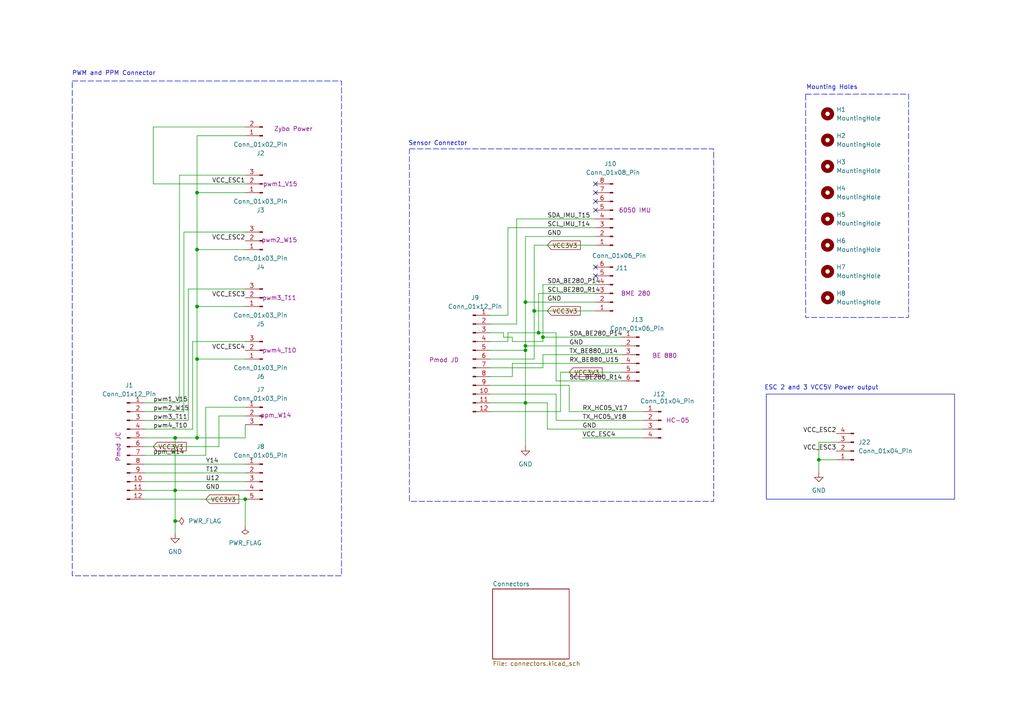
<source format=kicad_sch>
(kicad_sch (version 20231120) (generator "eeschema") (generator_version "8.0")
  (paper "A4")
  (lib_symbols
    (symbol "Connector:Conn_01x02_Pin" (pin_names (offset 1.016) hide)
      (property "Reference" "J" (at 0 2.54 0))
      (property "Value" "Conn_01x02_Pin" (at 0 -5.08 0))
      (symbol "Conn_01x02_Pin_1_1"
        (polyline (pts (xy 1.27 -2.54) (xy 0.8636 -2.54)) (stroke (width 0.1524)))
        (polyline (pts (xy 1.27 0) (xy 0.8636 0)) (stroke (width 0.1524)))
        (rectangle (start 0.8636 -2.413) (end 0 -2.667) (stroke (width 0.1524)) (fill (type outline)))
        (rectangle (start 0.8636 0.127) (end 0 -0.127) (stroke (width 0.1524)) (fill (type outline)))
        (pin passive line (at 5.08 0 180) (length 3.81) (name "Pin_1") (number "1"))
        (pin passive line (at 5.08 -2.54 180) (length 3.81) (name "Pin_2") (number "2"))
      )
    )
    (symbol "Connector:Conn_01x03_Pin" (pin_names (offset 1.016) hide)
      (property "Reference" "J" (at 0 5.08 0))
      (property "Value" "Conn_01x03_Pin" (at 0 -5.08 0))
      (symbol "Conn_01x03_Pin_1_1"
        (polyline (pts (xy 1.27 -2.54) (xy 0.8636 -2.54)) (stroke (width 0.1524)))
        (polyline (pts (xy 1.27 0) (xy 0.8636 0)) (stroke (width 0.1524)))
        (polyline (pts (xy 1.27 2.54) (xy 0.8636 2.54)) (stroke (width 0.1524)))
        (rectangle (start 0.8636 -2.413) (end 0 -2.667) (stroke (width 0.1524)) (fill (type outline)))
        (rectangle (start 0.8636 0.127) (end 0 -0.127) (stroke (width 0.1524)) (fill (type outline)))
        (rectangle (start 0.8636 2.667) (end 0 2.413) (stroke (width 0.1524)) (fill (type outline)))
        (pin passive line (at 5.08 2.54 180) (length 3.81) (name "Pin_1") (number "1"))
        (pin passive line (at 5.08 0 180) (length 3.81) (name "Pin_2") (number "2"))
        (pin passive line (at 5.08 -2.54 180) (length 3.81) (name "Pin_3") (number "3"))
      )
    )
    (symbol "Connector:Conn_01x04_Pin" (pin_names (offset 1.016) hide)
      (property "Reference" "J" (at 0 5.08 0))
      (property "Value" "Conn_01x04_Pin" (at 0 -7.62 0))
      (symbol "Conn_01x04_Pin_1_1"
        (polyline (pts (xy 1.27 -5.08) (xy 0.8636 -5.08)) (stroke (width 0.1524)))
        (polyline (pts (xy 1.27 -2.54) (xy 0.8636 -2.54)) (stroke (width 0.1524)))
        (polyline (pts (xy 1.27 0) (xy 0.8636 0)) (stroke (width 0.1524)))
        (polyline (pts (xy 1.27 2.54) (xy 0.8636 2.54)) (stroke (width 0.1524)))
        (rectangle (start 0.8636 -4.953) (end 0 -5.207) (stroke (width 0.1524)) (fill (type outline)))
        (rectangle (start 0.8636 -2.413) (end 0 -2.667) (stroke (width 0.1524)) (fill (type outline)))
        (rectangle (start 0.8636 0.127) (end 0 -0.127) (stroke (width 0.1524)) (fill (type outline)))
        (rectangle (start 0.8636 2.667) (end 0 2.413) (stroke (width 0.1524)) (fill (type outline)))
        (pin passive line (at 5.08 2.54 180) (length 3.81) (name "Pin_1") (number "1"))
        (pin passive line (at 5.08 0 180) (length 3.81) (name "Pin_2") (number "2"))
        (pin passive line (at 5.08 -2.54 180) (length 3.81) (name "Pin_3") (number "3"))
        (pin passive line (at 5.08 -5.08 180) (length 3.81) (name "Pin_4") (number "4"))
      )
    )
    (symbol "Connector:Conn_01x05_Pin" (pin_names (offset 1.016) hide)
      (property "Reference" "J" (at 0 7.62 0))
      (property "Value" "Conn_01x05_Pin" (at 0 -7.62 0))
      (symbol "Conn_01x05_Pin_1_1"
        (polyline (pts (xy 1.27 -5.08) (xy 0.8636 -5.08)) (stroke (width 0.1524)))
        (polyline (pts (xy 1.27 -2.54) (xy 0.8636 -2.54)) (stroke (width 0.1524)))
        (polyline (pts (xy 1.27 0) (xy 0.8636 0)) (stroke (width 0.1524)))
        (polyline (pts (xy 1.27 2.54) (xy 0.8636 2.54)) (stroke (width 0.1524)))
        (polyline (pts (xy 1.27 5.08) (xy 0.8636 5.08)) (stroke (width 0.1524)))
        (rectangle (start 0.8636 -4.953) (end 0 -5.207) (stroke (width 0.1524)) (fill (type outline)))
        (rectangle (start 0.8636 -2.413) (end 0 -2.667) (stroke (width 0.1524)) (fill (type outline)))
        (rectangle (start 0.8636 0.127) (end 0 -0.127) (stroke (width 0.1524)) (fill (type outline)))
        (rectangle (start 0.8636 2.667) (end 0 2.413) (stroke (width 0.1524)) (fill (type outline)))
        (rectangle (start 0.8636 5.207) (end 0 4.953) (stroke (width 0.1524)) (fill (type outline)))
        (pin passive line (at 5.08 5.08 180) (length 3.81) (name "Pin_1") (number "1"))
        (pin passive line (at 5.08 2.54 180) (length 3.81) (name "Pin_2") (number "2"))
        (pin passive line (at 5.08 0 180) (length 3.81) (name "Pin_3") (number "3"))
        (pin passive line (at 5.08 -2.54 180) (length 3.81) (name "Pin_4") (number "4"))
        (pin passive line (at 5.08 -5.08 180) (length 3.81) (name "Pin_5") (number "5"))
      )
    )
    (symbol "Connector:Conn_01x06_Pin" (pin_names (offset 1.016) hide)
      (property "Reference" "J" (at 0 7.62 0))
      (property "Value" "Conn_01x06_Pin" (at 0 -10.16 0))
      (symbol "Conn_01x06_Pin_1_1"
        (polyline (pts (xy 1.27 -7.62) (xy 0.8636 -7.62)) (stroke (width 0.1524)))
        (polyline (pts (xy 1.27 -5.08) (xy 0.8636 -5.08)) (stroke (width 0.1524)))
        (polyline (pts (xy 1.27 -2.54) (xy 0.8636 -2.54)) (stroke (width 0.1524)))
        (polyline (pts (xy 1.27 0) (xy 0.8636 0)) (stroke (width 0.1524)))
        (polyline (pts (xy 1.27 2.54) (xy 0.8636 2.54)) (stroke (width 0.1524)))
        (polyline (pts (xy 1.27 5.08) (xy 0.8636 5.08)) (stroke (width 0.1524)))
        (rectangle (start 0.8636 -7.493) (end 0 -7.747) (stroke (width 0.1524)) (fill (type outline)))
        (rectangle (start 0.8636 -4.953) (end 0 -5.207) (stroke (width 0.1524)) (fill (type outline)))
        (rectangle (start 0.8636 -2.413) (end 0 -2.667) (stroke (width 0.1524)) (fill (type outline)))
        (rectangle (start 0.8636 0.127) (end 0 -0.127) (stroke (width 0.1524)) (fill (type outline)))
        (rectangle (start 0.8636 2.667) (end 0 2.413) (stroke (width 0.1524)) (fill (type outline)))
        (rectangle (start 0.8636 5.207) (end 0 4.953) (stroke (width 0.1524)) (fill (type outline)))
        (pin passive line (at 5.08 5.08 180) (length 3.81) (name "Pin_1") (number "1"))
        (pin passive line (at 5.08 2.54 180) (length 3.81) (name "Pin_2") (number "2"))
        (pin passive line (at 5.08 0 180) (length 3.81) (name "Pin_3") (number "3"))
        (pin passive line (at 5.08 -2.54 180) (length 3.81) (name "Pin_4") (number "4"))
        (pin passive line (at 5.08 -5.08 180) (length 3.81) (name "Pin_5") (number "5"))
        (pin passive line (at 5.08 -7.62 180) (length 3.81) (name "Pin_6") (number "6"))
      )
    )
    (symbol "Connector:Conn_01x08_Pin" (pin_names (offset 1.016) hide)
      (property "Reference" "J" (at 0 10.16 0))
      (property "Value" "Conn_01x08_Pin" (at 0 -12.7 0))
      (symbol "Conn_01x08_Pin_1_1"
        (polyline (pts (xy 1.27 -10.16) (xy 0.8636 -10.16)) (stroke (width 0.1524)))
        (polyline (pts (xy 1.27 -7.62) (xy 0.8636 -7.62)) (stroke (width 0.1524)))
        (polyline (pts (xy 1.27 -5.08) (xy 0.8636 -5.08)) (stroke (width 0.1524)))
        (polyline (pts (xy 1.27 -2.54) (xy 0.8636 -2.54)) (stroke (width 0.1524)))
        (polyline (pts (xy 1.27 0) (xy 0.8636 0)) (stroke (width 0.1524)))
        (polyline (pts (xy 1.27 2.54) (xy 0.8636 2.54)) (stroke (width 0.1524)))
        (polyline (pts (xy 1.27 5.08) (xy 0.8636 5.08)) (stroke (width 0.1524)))
        (polyline (pts (xy 1.27 7.62) (xy 0.8636 7.62)) (stroke (width 0.1524)))
        (rectangle (start 0.8636 -10.033) (end 0 -10.287) (stroke (width 0.1524)) (fill (type outline)))
        (rectangle (start 0.8636 -7.493) (end 0 -7.747) (stroke (width 0.1524)) (fill (type outline)))
        (rectangle (start 0.8636 -4.953) (end 0 -5.207) (stroke (width 0.1524)) (fill (type outline)))
        (rectangle (start 0.8636 -2.413) (end 0 -2.667) (stroke (width 0.1524)) (fill (type outline)))
        (rectangle (start 0.8636 0.127) (end 0 -0.127) (stroke (width 0.1524)) (fill (type outline)))
        (rectangle (start 0.8636 2.667) (end 0 2.413) (stroke (width 0.1524)) (fill (type outline)))
        (rectangle (start 0.8636 5.207) (end 0 4.953) (stroke (width 0.1524)) (fill (type outline)))
        (rectangle (start 0.8636 7.747) (end 0 7.493) (stroke (width 0.1524)) (fill (type outline)))
        (pin passive line (at 5.08 7.62 180) (length 3.81) (name "Pin_1") (number "1"))
        (pin passive line (at 5.08 5.08 180) (length 3.81) (name "Pin_2") (number "2"))
        (pin passive line (at 5.08 2.54 180) (length 3.81) (name "Pin_3") (number "3"))
        (pin passive line (at 5.08 0 180) (length 3.81) (name "Pin_4") (number "4"))
        (pin passive line (at 5.08 -2.54 180) (length 3.81) (name "Pin_5") (number "5"))
        (pin passive line (at 5.08 -5.08 180) (length 3.81) (name "Pin_6") (number "6"))
        (pin passive line (at 5.08 -7.62 180) (length 3.81) (name "Pin_7") (number "7"))
        (pin passive line (at 5.08 -10.16 180) (length 3.81) (name "Pin_8") (number "8"))
      )
    )
    (symbol "Connector:Conn_01x12_Pin" (pin_names (offset 1.016) hide)
      (property "Reference" "J" (at 0 15.24 0))
      (property "Value" "Conn_01x12_Pin" (at 0 -17.78 0))
      (symbol "Conn_01x12_Pin_1_1"
        (polyline (pts (xy 1.27 -15.24) (xy 0.8636 -15.24)) (stroke (width 0.1524)))
        (polyline (pts (xy 1.27 -12.7) (xy 0.8636 -12.7)) (stroke (width 0.1524)))
        (polyline (pts (xy 1.27 -10.16) (xy 0.8636 -10.16)) (stroke (width 0.1524)))
        (polyline (pts (xy 1.27 -7.62) (xy 0.8636 -7.62)) (stroke (width 0.1524)))
        (polyline (pts (xy 1.27 -5.08) (xy 0.8636 -5.08)) (stroke (width 0.1524)))
        (polyline (pts (xy 1.27 -2.54) (xy 0.8636 -2.54)) (stroke (width 0.1524)))
        (polyline (pts (xy 1.27 0) (xy 0.8636 0)) (stroke (width 0.1524)))
        (polyline (pts (xy 1.27 2.54) (xy 0.8636 2.54)) (stroke (width 0.1524)))
        (polyline (pts (xy 1.27 5.08) (xy 0.8636 5.08)) (stroke (width 0.1524)))
        (polyline (pts (xy 1.27 7.62) (xy 0.8636 7.62)) (stroke (width 0.1524)))
        (polyline (pts (xy 1.27 10.16) (xy 0.8636 10.16)) (stroke (width 0.1524)))
        (polyline (pts (xy 1.27 12.7) (xy 0.8636 12.7)) (stroke (width 0.1524)))
        (rectangle (start 0.8636 -15.113) (end 0 -15.367) (stroke (width 0.1524)) (fill (type outline)))
        (rectangle (start 0.8636 -12.573) (end 0 -12.827) (stroke (width 0.1524)) (fill (type outline)))
        (rectangle (start 0.8636 -10.033) (end 0 -10.287) (stroke (width 0.1524)) (fill (type outline)))
        (rectangle (start 0.8636 -7.493) (end 0 -7.747) (stroke (width 0.1524)) (fill (type outline)))
        (rectangle (start 0.8636 -4.953) (end 0 -5.207) (stroke (width 0.1524)) (fill (type outline)))
        (rectangle (start 0.8636 -2.413) (end 0 -2.667) (stroke (width 0.1524)) (fill (type outline)))
        (rectangle (start 0.8636 0.127) (end 0 -0.127) (stroke (width 0.1524)) (fill (type outline)))
        (rectangle (start 0.8636 2.667) (end 0 2.413) (stroke (width 0.1524)) (fill (type outline)))
        (rectangle (start 0.8636 5.207) (end 0 4.953) (stroke (width 0.1524)) (fill (type outline)))
        (rectangle (start 0.8636 7.747) (end 0 7.493) (stroke (width 0.1524)) (fill (type outline)))
        (rectangle (start 0.8636 10.287) (end 0 10.033) (stroke (width 0.1524)) (fill (type outline)))
        (rectangle (start 0.8636 12.827) (end 0 12.573) (stroke (width 0.1524)) (fill (type outline)))
        (pin passive line (at 5.08 12.7 180) (length 3.81) (name "Pin_1") (number "1"))
        (pin passive line (at 5.08 -10.16 180) (length 3.81) (name "Pin_10") (number "10"))
        (pin passive line (at 5.08 -12.7 180) (length 3.81) (name "Pin_11") (number "11"))
        (pin passive line (at 5.08 -15.24 180) (length 3.81) (name "Pin_12") (number "12"))
        (pin passive line (at 5.08 10.16 180) (length 3.81) (name "Pin_2") (number "2"))
        (pin passive line (at 5.08 7.62 180) (length 3.81) (name "Pin_3") (number "3"))
        (pin passive line (at 5.08 5.08 180) (length 3.81) (name "Pin_4") (number "4"))
        (pin passive line (at 5.08 2.54 180) (length 3.81) (name "Pin_5") (number "5"))
        (pin passive line (at 5.08 0 180) (length 3.81) (name "Pin_6") (number "6"))
        (pin passive line (at 5.08 -2.54 180) (length 3.81) (name "Pin_7") (number "7"))
        (pin passive line (at 5.08 -5.08 180) (length 3.81) (name "Pin_8") (number "8"))
        (pin passive line (at 5.08 -7.62 180) (length 3.81) (name "Pin_9") (number "9"))
      )
    )
    (symbol "Mechanical:MountingHole" (pin_names (offset 1.016)) (exclude_from_sim yes) (in_bom no)
      (property "Reference" "H" (at 0 5.08 0))
      (property "Value" "MountingHole" (at 0 3.175 0))
      (symbol "MountingHole_0_1"
        (circle (center 0 0) (radius 1.27) (stroke (width 1.27)))
      )
    )
    (symbol "power:GND" (power) (pin_numbers hide) (pin_names (offset 0) hide)
      (property "Value" "GND" (at 0 -3.81 0))
      (symbol "GND_0_1"
        (polyline (pts (xy 0 0) (xy 0 -1.27) (xy 1.27 -1.27) (xy 0 -2.54) (xy -1.27 -1.27) (xy 0 -1.27)))
      )
      (symbol "GND_1_1"
        (pin power_in line (at 0 0 270) (length 0) (name "~") (number "1"))
      )
    )
    (symbol "power:PWR_FLAG" (power) (pin_numbers hide) (pin_names (offset 0) hide)
      (property "Value" "PWR_FLAG" (at 0 3.81 0))
      (symbol "PWR_FLAG_0_0"
        (pin power_out line (at 0 0 90) (length 0) (name "~") (number "1"))
      )
      (symbol "PWR_FLAG_0_1"
        (polyline (pts (xy 0 0) (xy 0 1.27) (xy -1.016 1.905) (xy 0 2.54) (xy 1.016 1.905) (xy 0 1.27)))
      )
    )
  )
  (junction (at 152.4 101.6))
  (junction (at 152.4 87.63))
  (junction (at 71.12 144.78))
  (junction (at 50.8 127))
  (junction (at 157.48 97.79))
  (junction (at 50.8 151.13))
  (junction (at 57.15 55.88))
  (junction (at 156.21 96.52))
  (junction (at 57.15 88.9))
  (junction (at 237.49 133.35))
  (junction (at 154.94 90.17))
  (junction (at 57.15 104.14))
  (junction (at 152.4 100.33))
  (junction (at 57.15 72.39))
  (junction (at 57.15 127))
  (junction (at 50.8 142.24))
  (junction (at 152.4 116.84))
  (no_connect (at 172.72 77.47))
  (no_connect (at 172.72 58.42))
  (no_connect (at 172.72 53.34))
  (no_connect (at 172.72 60.96))
  (no_connect (at 172.72 80.01))
  (no_connect (at 172.72 55.88))
  (wire (pts (xy 41.91 124.46) (xy 55.88 124.46)))
  (wire (pts (xy 156.21 96.52) (xy 147.32 96.52)))
  (wire (pts (xy 154.94 90.17) (xy 172.72 90.17)))
  (wire (pts (xy 50.8 142.24) (xy 50.8 151.13)))
  (wire (pts (xy 50.8 127) (xy 50.8 142.24)))
  (wire (pts (xy 44.45 36.83) (xy 44.45 53.34)))
  (wire (pts (xy 152.4 87.63) (xy 172.72 87.63)))
  (wire (pts (xy 148.59 109.22) (xy 142.24 109.22)))
  (wire (pts (xy 57.15 127) (xy 71.12 127)))
  (wire (pts (xy 50.8 142.24) (xy 71.12 142.24)))
  (wire (pts (xy 54.61 83.82) (xy 71.12 83.82)))
  (wire (pts (xy 71.12 72.39) (xy 57.15 72.39)))
  (wire (pts (xy 237.49 133.35) (xy 242.57 133.35)))
  (wire (pts (xy 71.12 99.06) (xy 55.88 99.06)))
  (wire (pts (xy 57.15 39.37) (xy 71.12 39.37)))
  (wire (pts (xy 41.91 119.38) (xy 53.34 119.38)))
  (wire (pts (xy 152.4 100.33) (xy 152.4 101.6)))
  (wire (pts (xy 142.24 114.3) (xy 161.29 114.3)))
  (wire (pts (xy 154.94 90.17) (xy 154.94 104.14)))
  (wire (pts (xy 71.12 123.19) (xy 71.12 127)))
  (wire (pts (xy 63.5 120.65) (xy 71.12 120.65)))
  (wire (pts (xy 142.24 104.14) (xy 154.94 104.14)))
  (wire (pts (xy 154.94 71.12) (xy 172.72 71.12)))
  (wire (pts (xy 165.1 111.76) (xy 142.24 111.76)))
  (wire (pts (xy 157.48 102.87) (xy 180.34 102.87)))
  (wire (pts (xy 50.8 151.13) (xy 50.8 154.94)))
  (wire (pts (xy 157.48 97.79) (xy 180.34 97.79)))
  (wire (pts (xy 41.91 127) (xy 50.8 127)))
  (wire (pts (xy 148.59 105.41) (xy 180.34 105.41)))
  (wire (pts (xy 157.48 82.55) (xy 157.48 97.79)))
  (wire (pts (xy 156.21 85.09) (xy 156.21 96.52)))
  (wire (pts (xy 52.07 50.8) (xy 52.07 116.84)))
  (wire (pts (xy 53.34 67.31) (xy 53.34 119.38)))
  (wire (pts (xy 148.59 97.79) (xy 146.05 97.79)))
  (wire (pts (xy 161.29 110.49) (xy 161.29 96.52)))
  (wire (pts (xy 149.86 93.98) (xy 142.24 93.98)))
  (wire (pts (xy 148.59 99.06) (xy 148.59 97.79)))
  (wire (pts (xy 146.05 96.52) (xy 142.24 96.52)))
  (wire (pts (xy 55.88 99.06) (xy 55.88 124.46)))
  (wire (pts (xy 158.75 124.46) (xy 186.69 124.46)))
  (wire (pts (xy 152.4 68.58) (xy 152.4 87.63)))
  (wire (pts (xy 161.29 121.92) (xy 161.29 114.3)))
  (wire (pts (xy 157.48 97.79) (xy 157.48 99.06)))
  (wire (pts (xy 152.4 116.84) (xy 152.4 129.54)))
  (wire (pts (xy 242.57 128.27) (xy 237.49 128.27)))
  (wire (pts (xy 162.56 107.95) (xy 180.34 107.95)))
  (wire (pts (xy 57.15 72.39) (xy 57.15 88.9)))
  (wire (pts (xy 41.91 132.08) (xy 59.69 132.08)))
  (wire (pts (xy 59.69 118.11) (xy 59.69 132.08)))
  (wire (pts (xy 57.15 127) (xy 57.15 104.14)))
  (wire (pts (xy 71.12 50.8) (xy 52.07 50.8)))
  (wire (pts (xy 152.4 87.63) (xy 152.4 100.33)))
  (wire (pts (xy 146.05 97.79) (xy 146.05 96.52)))
  (wire (pts (xy 149.86 63.5) (xy 149.86 93.98)))
  (wire (pts (xy 71.12 55.88) (xy 57.15 55.88)))
  (wire (pts (xy 63.5 129.54) (xy 63.5 120.65)))
  (wire (pts (xy 172.72 63.5) (xy 149.86 63.5)))
  (wire (pts (xy 237.49 128.27) (xy 237.49 133.35)))
  (wire (pts (xy 142.24 106.68) (xy 157.48 106.68)))
  (wire (pts (xy 157.48 99.06) (xy 148.59 99.06)))
  (wire (pts (xy 157.48 102.87) (xy 157.48 106.68)))
  (wire (pts (xy 41.91 144.78) (xy 71.12 144.78)))
  (wire (pts (xy 147.32 91.44) (xy 142.24 91.44)))
  (wire (pts (xy 41.91 134.62) (xy 71.12 134.62)))
  (wire (pts (xy 154.94 90.17) (xy 154.94 71.12)))
  (wire (pts (xy 57.15 88.9) (xy 57.15 104.14)))
  (wire (pts (xy 157.48 82.55) (xy 172.72 82.55)))
  (wire (pts (xy 172.72 68.58) (xy 152.4 68.58)))
  (wire (pts (xy 147.32 99.06) (xy 142.24 99.06)))
  (wire (pts (xy 71.12 67.31) (xy 53.34 67.31)))
  (wire (pts (xy 41.91 142.24) (xy 50.8 142.24)))
  (wire (pts (xy 152.4 100.33) (xy 180.34 100.33)))
  (wire (pts (xy 161.29 121.92) (xy 186.69 121.92)))
  (wire (pts (xy 41.91 137.16) (xy 71.12 137.16)))
  (wire (pts (xy 142.24 119.38) (xy 162.56 119.38)))
  (wire (pts (xy 161.29 96.52) (xy 156.21 96.52)))
  (wire (pts (xy 237.49 133.35) (xy 237.49 137.16)))
  (wire (pts (xy 162.56 107.95) (xy 162.56 119.38)))
  (wire (pts (xy 54.61 121.92) (xy 41.91 121.92)))
  (wire (pts (xy 57.15 55.88) (xy 57.15 72.39)))
  (wire (pts (xy 165.1 119.38) (xy 186.69 119.38)))
  (wire (pts (xy 165.1 119.38) (xy 165.1 111.76)))
  (wire (pts (xy 142.24 116.84) (xy 152.4 116.84)))
  (wire (pts (xy 71.12 88.9) (xy 57.15 88.9)))
  (wire (pts (xy 41.91 116.84) (xy 52.07 116.84)))
  (wire (pts (xy 44.45 36.83) (xy 71.12 36.83)))
  (wire (pts (xy 161.29 110.49) (xy 180.34 110.49)))
  (wire (pts (xy 50.8 127) (xy 57.15 127)))
  (wire (pts (xy 172.72 66.04) (xy 147.32 66.04)))
  (wire (pts (xy 59.69 118.11) (xy 71.12 118.11)))
  (wire (pts (xy 142.24 101.6) (xy 152.4 101.6)))
  (wire (pts (xy 152.4 116.84) (xy 158.75 116.84)))
  (wire (pts (xy 156.21 85.09) (xy 172.72 85.09)))
  (wire (pts (xy 148.59 105.41) (xy 148.59 109.22)))
  (wire (pts (xy 168.91 127) (xy 186.69 127)))
  (wire (pts (xy 57.15 104.14) (xy 71.12 104.14)))
  (wire (pts (xy 147.32 66.04) (xy 147.32 91.44)))
  (wire (pts (xy 57.15 39.37) (xy 57.15 55.88)))
  (wire (pts (xy 41.91 129.54) (xy 63.5 129.54)))
  (wire (pts (xy 71.12 152.4) (xy 71.12 144.78)))
  (wire (pts (xy 44.45 53.34) (xy 71.12 53.34)))
  (wire (pts (xy 54.61 83.82) (xy 54.61 121.92)))
  (wire (pts (xy 41.91 139.7) (xy 71.12 139.7)))
  (wire (pts (xy 158.75 124.46) (xy 158.75 116.84)))
  (wire (pts (xy 152.4 101.6) (xy 152.4 116.84)))
  (wire (pts (xy 147.32 96.52) (xy 147.32 99.06)))
  (rectangle (start 222.25 114.3) (end 276.86 144.78))
  (rectangle (start 118.745 43.18) (end 207.01 145.415) (stroke (width 0) (type dash)))
  (rectangle (start 20.955 23.495) (end 99.06 167.005) (stroke (width 0) (type dash)))
  (rectangle (start 233.68 27.305) (end 263.525 92.075) (stroke (width 0) (type dash)))
  (text "PWM and PPM Connector" (at 33.02 21.336 0) (effects (font (size 1.27 1.27))))
  (text "ESC 2 and 3 VCC5V Power output" (at 238.252 112.522 0) (effects (font (size 1.27 1.27))))
  (text "Mounting Holes" (at 241.3 25.4 0) (effects (font (size 1.27 1.27))))
  (text "Sensor Connector" (at 127 41.656 0) (effects (font (size 1.27 1.27))))
  (label "SDA_IMU_T15" (at 158.75 63.5 0))
  (label "VCC_ESC4" (at 71.12 101.6 180))
  (label "pwm3_T11" (at 44.45 121.92 0))
  (label "RX_HC05_V17" (at 168.91 119.38 0))
  (label "GND" (at 168.91 124.46 0))
  (label "RX_BE880_U15" (at 165.1 105.41 0))
  (label "VCC_ESC3" (at 71.12 86.36 180))
  (label "VCC_ESC2" (at 71.12 69.85 180))
  (label "pwm1_V15" (at 44.45 116.84 0))
  (label "VCC_ESC1" (at 71.12 53.34 180))
  (label "ppm_W14" (at 44.45 132.08 0))
  (label "TX_HC05_V18" (at 168.91 121.92 0))
  (label "Y14" (at 59.69 134.62 0))
  (label "VCC_ESC2" (at 242.57 125.73 180))
  (label "GND" (at 165.1 100.33 0))
  (label "pwm2_W15" (at 44.45 119.38 0))
  (label "VCC_ESC3" (at 242.57 130.81 180))
  (label "SDA_BE280_P14" (at 158.75 82.55 0))
  (label "VCC_ESC4" (at 168.91 127 0))
  (label "GND" (at 158.75 87.63 0))
  (label "TX_BE880_U14" (at 165.1 102.87 0))
  (label "SCL_BE280_R14" (at 158.75 85.09 0))
  (label "GND" (at 59.69 142.24 0))
  (label "SDA_BE280_P14" (at 165.1 97.79 0))
  (label "U12" (at 59.69 139.7 0))
  (label "SCL_BE280_R14" (at 165.1 110.49 0))
  (label "pwm4_T10" (at 44.45 124.46 0))
  (label "SCL_IMU_T14" (at 158.75 66.04 0))
  (label "T12" (at 59.69 137.16 0))
  (label "GND" (at 158.75 68.58 0))
  (global_label "VCC3V3" (shape input) (at 44.45 129.54 0) (property "Intersheetrefs" "${INTERSHEET_REFS}" (effects (hide yes))))
  (global_label "VCC3V3" (shape input) (at 59.69 144.78 0) (property "Intersheetrefs" "${INTERSHEET_REFS}" (effects (hide yes))))
  (global_label "VCC3V3" (shape input) (at 165.1 107.95 0) (property "Intersheetrefs" "${INTERSHEET_REFS}" (effects (hide yes))))
  (global_label "VCC3V3" (shape input) (at 158.75 90.17 0) (property "Intersheetrefs" "${INTERSHEET_REFS}" (effects (hide yes))))
  (global_label "VCC3V3" (shape input) (at 158.75 71.12 0) (property "Intersheetrefs" "${INTERSHEET_REFS}" (effects (hide yes))))
  (symbol (lib_id "Mechanical:MountingHole") (at 240.03 86.36 0) (unit 1) (exclude_from_sim yes) (in_bom no)
    (property "Reference" "H8" (at 242.57 85.0899 0) (effects (justify left)))
    (property "Value" "MountingHole" (at 242.57 87.6299 0) (effects (justify left)))
    (property "Footprint" "MountingHole:MountingHole_3.2mm_M3" (effects (hide yes)))
    (property "Description" "Mounting Hole without connection" (effects (hide yes)))
  )
  (symbol (lib_id "Mechanical:MountingHole") (at 240.03 48.26 0) (unit 1) (exclude_from_sim yes) (in_bom no)
    (property "Reference" "H3" (at 242.57 46.9899 0) (effects (justify left)))
    (property "Value" "MountingHole" (at 242.57 49.5299 0) (effects (justify left)))
    (property "Footprint" "MountingHole:MountingHole_3.2mm_M3" (effects (hide yes)))
    (property "Description" "Mounting Hole without connection" (effects (hide yes)))
  )
  (symbol (lib_id "Connector:Conn_01x03_Pin") (at 76.2 69.85 180) (unit 1)
    (property "Reference" "J4" (at 75.565 77.47 0))
    (property "Value" "Conn_01x03_Pin" (at 75.565 74.93 0))
    (property "Footprint" "Connector_PinHeader_2.54mm:PinHeader_1x03_P2.54mm_Horizontal" (effects (hide yes)))
    (property "Description" "Generic connector, single row, 01x03, script generated" (effects (hide yes)))
    (property "Purpose" "pwm2_W15" (at 81.026 69.596 0))
  )
  (symbol (lib_id "power:GND") (at 237.49 137.16 0) (unit 1)
    (property "Reference" "#PWR07" (effects (hide yes)))
    (property "Value" "GND" (at 237.49 142.24 0))
    (property "Description" "Power symbol creates a global label with name \"GND\" , ground" (effects (hide yes)))
  )
  (symbol (lib_id "Connector:Conn_01x05_Pin") (at 76.2 139.7 0) (mirror y) (unit 1)
    (property "Reference" "J8" (at 75.565 129.54 0))
    (property "Value" "Conn_01x05_Pin" (at 75.565 132.08 0))
    (property "Footprint" "Connector_PinHeader_2.54mm:PinHeader_1x05_P2.54mm_Horizontal" (effects (hide yes)))
    (property "Description" "Generic connector, single row, 01x05, script generated" (effects (hide yes)))
  )
  (symbol (lib_id "Connector:Conn_01x06_Pin") (at 177.8 85.09 180) (unit 1)
    (property "Reference" "J11" (at 180.34 77.724 0))
    (property "Value" "Conn_01x06_Pin" (at 179.578 74.168 0))
    (property "Footprint" "Connector_PinSocket_2.54mm:PinSocket_1x06_P2.54mm_Horizontal" (effects (hide yes)))
    (property "Description" "Generic connector, single row, 01x06, script generated" (effects (hide yes)))
    (property "Purpose" "BME 280" (at 184.404 85.09 0))
  )
  (symbol (lib_id "Mechanical:MountingHole") (at 240.03 71.12 0) (unit 1) (exclude_from_sim yes) (in_bom no)
    (property "Reference" "H6" (at 242.57 69.8499 0) (effects (justify left)))
    (property "Value" "MountingHole" (at 242.57 72.3899 0) (effects (justify left)))
    (property "Footprint" "MountingHole:MountingHole_3.2mm_M3" (effects (hide yes)))
    (property "Description" "Mounting Hole without connection" (effects (hide yes)))
  )
  (symbol (lib_id "Mechanical:MountingHole") (at 240.03 40.64 0) (unit 1) (exclude_from_sim yes) (in_bom no)
    (property "Reference" "H2" (at 242.57 39.3699 0) (effects (justify left)))
    (property "Value" "MountingHole" (at 242.57 41.9099 0) (effects (justify left)))
    (property "Footprint" "MountingHole:MountingHole_3.2mm_M3" (effects (hide yes)))
    (property "Description" "Mounting Hole without connection" (effects (hide yes)))
  )
  (symbol (lib_id "Mechanical:MountingHole") (at 240.03 78.74 0) (unit 1) (exclude_from_sim yes) (in_bom no)
    (property "Reference" "H7" (at 242.57 77.4699 0) (effects (justify left)))
    (property "Value" "MountingHole" (at 242.57 80.0099 0) (effects (justify left)))
    (property "Footprint" "MountingHole:MountingHole_3.2mm_M3" (effects (hide yes)))
    (property "Description" "Mounting Hole without connection" (effects (hide yes)))
  )
  (symbol (lib_id "power:PWR_FLAG") (at 71.12 152.4 180) (unit 1)
    (property "Reference" "#FLG02" (effects (hide yes)))
    (property "Value" "PWR_FLAG" (at 71.12 157.48 0))
    (property "Description" "Special symbol for telling ERC where power comes from" (effects (hide yes)))
  )
  (symbol (lib_id "Connector:Conn_01x02_Pin") (at 76.2 39.37 180) (unit 1)
    (property "Reference" "J2" (at 75.565 44.45 0))
    (property "Value" "Conn_01x02_Pin" (at 75.565 41.91 0))
    (property "Footprint" "Connector_PinHeader_2.54mm:PinHeader_1x02_P2.54mm_Horizontal" (effects (hide yes)))
    (property "Description" "Generic connector, single row, 01x02, script generated" (effects (hide yes)))
    (property "Purpose" "Zybo Power" (at 85.09 37.338 0))
  )
  (symbol (lib_id "Connector:Conn_01x03_Pin") (at 76.2 120.65 0) (mirror y) (unit 1)
    (property "Reference" "J7" (at 75.565 113.03 0))
    (property "Value" "Conn_01x03_Pin" (at 75.565 115.57 0))
    (property "Footprint" "Connector_PinHeader_2.54mm:PinHeader_1x03_P2.54mm_Horizontal" (effects (hide yes)))
    (property "Description" "Generic connector, single row, 01x03, script generated" (effects (hide yes)))
    (property "Purpose" "ppm_W14" (at 80.01 120.396 0))
  )
  (symbol (lib_id "Connector:Conn_01x03_Pin") (at 76.2 101.6 180) (unit 1)
    (property "Reference" "J6" (at 75.565 109.22 0))
    (property "Value" "Conn_01x03_Pin" (at 75.565 106.68 0))
    (property "Footprint" "Connector_PinHeader_2.54mm:PinHeader_1x03_P2.54mm_Horizontal" (effects (hide yes)))
    (property "Description" "Generic connector, single row, 01x03, script generated" (effects (hide yes)))
    (property "Purpose" "pwm4_T10" (at 81.026 101.6 0))
  )
  (symbol (lib_id "Connector:Conn_01x04_Pin") (at 191.77 121.92 0) (mirror y) (unit 1)
    (property "Reference" "J12" (at 191.135 114.3 0))
    (property "Value" "Conn_01x04_Pin" (at 193.548 116.332 0))
    (property "Footprint" "Connector_PinSocket_2.54mm:PinSocket_1x04_P2.54mm_Horizontal" (effects (hide yes)))
    (property "Description" "Generic connector, single row, 01x04, script generated" (effects (hide yes)))
    (property "Purpose" "HC-05" (at 196.596 121.92 0))
  )
  (symbol (lib_id "Connector:Conn_01x08_Pin") (at 177.8 63.5 180) (unit 1)
    (property "Reference" "J10" (at 177.038 47.498 0))
    (property "Value" "Conn_01x08_Pin" (at 177.8 50.038 0))
    (property "Footprint" "Connector_PinSocket_2.54mm:PinSocket_1x08_P2.54mm_Horizontal" (effects (hide yes)))
    (property "Description" "Generic connector, single row, 01x08, script generated" (effects (hide yes)))
    (property "Purpose" "6050 IMU" (at 184.15 60.96 0))
  )
  (symbol (lib_id "Mechanical:MountingHole") (at 240.03 33.02 0) (unit 1) (exclude_from_sim yes) (in_bom no)
    (property "Reference" "H1" (at 242.57 31.7499 0) (effects (justify left)))
    (property "Value" "MountingHole" (at 242.57 34.2899 0) (effects (justify left)))
    (property "Footprint" "MountingHole:MountingHole_3.2mm_M3" (effects (hide yes)))
    (property "Description" "Mounting Hole without connection" (effects (hide yes)))
  )
  (symbol (lib_id "power:GND") (at 152.4 129.54 0) (unit 1)
    (property "Reference" "#PWR02" (effects (hide yes)))
    (property "Value" "GND" (at 152.4 134.62 0))
    (property "Description" "Power symbol creates a global label with name \"GND\" , ground" (effects (hide yes)))
  )
  (symbol (lib_id "Connector:Conn_01x03_Pin") (at 76.2 53.34 180) (unit 1)
    (property "Reference" "J3" (at 75.565 60.96 0))
    (property "Value" "Conn_01x03_Pin" (at 75.565 58.42 0))
    (property "Footprint" "Connector_PinHeader_2.54mm:PinHeader_1x03_P2.54mm_Horizontal" (effects (hide yes)))
    (property "Description" "Generic connector, single row, 01x03, script generated" (effects (hide yes)))
    (property "Purpose" "pwm1_V15" (at 81.28 53.34 0))
  )
  (symbol (lib_id "Connector:Conn_01x12_Pin") (at 137.16 104.14 0) (unit 1)
    (property "Reference" "J9" (at 137.795 86.36 0))
    (property "Value" "Conn_01x12_Pin" (at 137.795 88.9 0))
    (property "Footprint" "Library:PinSocket_2x06_P2.54mm_Vertical_zybo_mod" (effects (hide yes)))
    (property "Description" "Generic connector, single row, 01x12, script generated" (effects (hide yes)))
    (property "Nickname" "Pmod JD" (at 128.778 104.394 0))
  )
  (symbol (lib_id "power:PWR_FLAG") (at 50.8 151.13 270) (unit 1)
    (property "Reference" "#FLG01" (effects (hide yes)))
    (property "Value" "PWR_FLAG" (at 54.61 151.1299 90) (effects (justify left)))
    (property "Description" "Special symbol for telling ERC where power comes from" (effects (hide yes)))
  )
  (symbol (lib_id "Connector:Conn_01x03_Pin") (at 76.2 86.36 180) (unit 1)
    (property "Reference" "J5" (at 75.565 93.98 0))
    (property "Value" "Conn_01x03_Pin" (at 75.565 91.44 0))
    (property "Footprint" "Connector_PinHeader_2.54mm:PinHeader_1x03_P2.54mm_Horizontal" (effects (hide yes)))
    (property "Description" "Generic connector, single row, 01x03, script generated" (effects (hide yes)))
    (property "Purpose" "pwm3_T11" (at 81.026 86.36 0))
  )
  (symbol (lib_id "Mechanical:MountingHole") (at 240.03 55.88 0) (unit 1) (exclude_from_sim yes) (in_bom no)
    (property "Reference" "H4" (at 242.57 54.6099 0) (effects (justify left)))
    (property "Value" "MountingHole" (at 242.57 57.1499 0) (effects (justify left)))
    (property "Footprint" "MountingHole:MountingHole_3.2mm_M3" (effects (hide yes)))
    (property "Description" "Mounting Hole without connection" (effects (hide yes)))
  )
  (symbol (lib_id "Connector:Conn_01x04_Pin") (at 247.65 130.81 180) (unit 1)
    (property "Reference" "J22" (at 248.92 128.2699 0) (effects (justify right)))
    (property "Value" "Conn_01x04_Pin" (at 248.92 130.8099 0) (effects (justify right)))
    (property "Footprint" "Connector_PinHeader_2.54mm:PinHeader_2x02_P2.54mm_Horizontal" (effects (hide yes)))
    (property "Description" "Generic connector, single row, 01x04, script generated" (effects (hide yes)))
  )
  (symbol (lib_id "Mechanical:MountingHole") (at 240.03 63.5 0) (unit 1) (exclude_from_sim yes) (in_bom no)
    (property "Reference" "H5" (at 242.57 62.2299 0) (effects (justify left)))
    (property "Value" "MountingHole" (at 242.57 64.7699 0) (effects (justify left)))
    (property "Footprint" "MountingHole:MountingHole_3.2mm_M3" (effects (hide yes)))
    (property "Description" "Mounting Hole without connection" (effects (hide yes)))
  )
  (symbol (lib_id "power:GND") (at 50.8 154.94 0) (unit 1)
    (property "Reference" "#PWR01" (effects (hide yes)))
    (property "Value" "GND" (at 50.8 160.02 0))
    (property "Description" "Power symbol creates a global label with name \"GND\" , ground" (effects (hide yes)))
  )
  (symbol (lib_id "Connector:Conn_01x12_Pin") (at 36.83 129.54 0) (unit 1)
    (property "Reference" "J1" (at 37.465 111.76 0))
    (property "Value" "Conn_01x12_Pin" (at 37.465 114.3 0))
    (property "Footprint" "Library:PinSocket_2x06_P2.54mm_Vertical_zybo_mod" (effects (hide yes)))
    (property "Description" "Generic connector, single row, 01x12, script generated" (effects (hide yes)))
    (property "Purpose" "Pmod JC" (at 34.29 129.54 90))
  )
  (symbol (lib_id "Connector:Conn_01x06_Pin") (at 185.42 102.87 0) (mirror y) (unit 1)
    (property "Reference" "J13" (at 184.785 92.71 0))
    (property "Value" "Conn_01x06_Pin" (at 184.785 95.25 0))
    (property "Footprint" "Connector_PinHeader_2.54mm:PinHeader_1x06_P2.54mm_Horizontal" (effects (hide yes)))
    (property "Description" "Generic connector, single row, 01x06, script generated" (effects (hide yes)))
    (property "Purpose" "BE 880" (at 192.786 103.124 0))
  )
  (sheet (at 142.875 170.815) (size 22.225 20.32) (stroke (width 0.1524))
    (property "Sheetname" "Connectors" (at 142.875 170.1034 0) (effects (justify left bottom)))
    (property "Sheetfile" "connectors.kicad_sch" (at 142.875 191.7196 0) (effects (justify left top)))
  )
)
</source>
